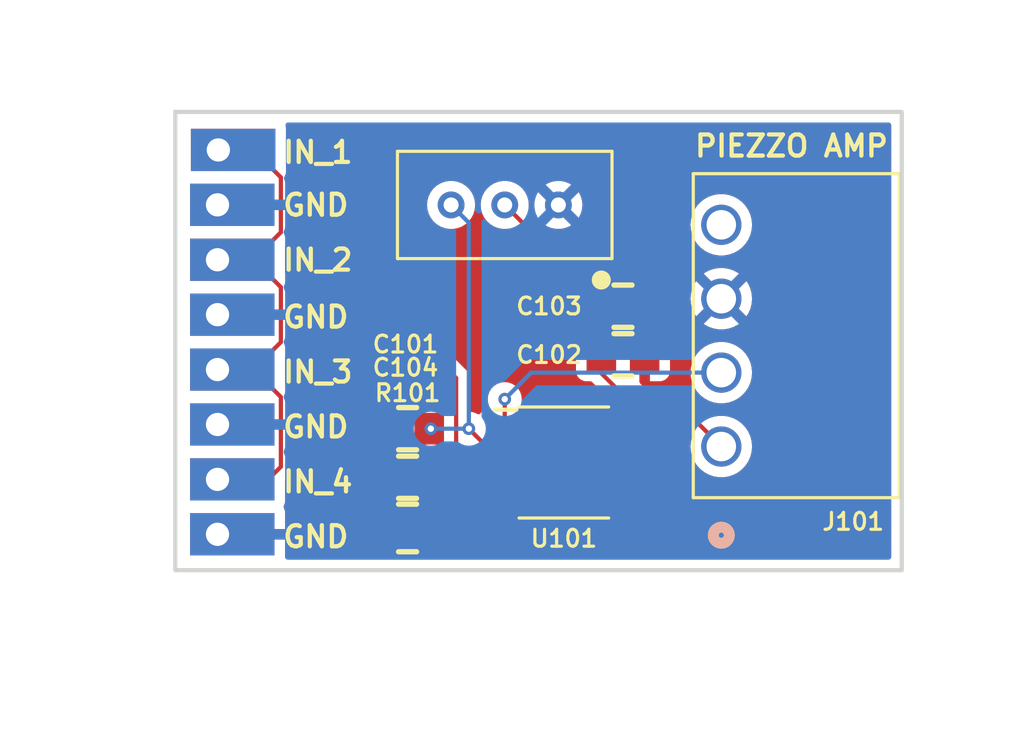
<source format=kicad_pcb>
(kicad_pcb (version 20240108) (generator "pcbnew") (generator_version "8.0")
  (layers (0 "F.Cu" signal) (31 "B.Cu" signal) (34 "B.Paste" user) (35 "F.Paste" user) (36 "B.SilkS" user "B.Silkscreen") (37 "F.SilkS" user "F.Silkscreen") (38 "B.Mask" user) (39 "F.Mask" user) (44 "Edge.Cuts" user))
  (net 0 "")
  (net 1 "DGND")
  (net 2 "Net-(C101-Pad2)")
  (net 3 "5V")
  (net 4 "Net-(TP101-TP)")
  (net 5 "/OUT")
  (footprint "Resistors:67W" (layer "F.Cu") (at 150.4 74.9045 180)
    (property "Reference" "VR101" (hide yes))
    (property "Value" "67WR10KLF" (hide yes))
    (fp_line (start 5.08 2.54) (end -5.08 2.54) (stroke (width 0.15)) (layer "F.SilkS"))
    (fp_line (start 5.08 -2.54) (end 5.08 2.54) (stroke (width 0.15)) (layer "F.SilkS"))
    (fp_line (start -5.08 2.54) (end -5.08 -2.54) (stroke (width 0.15)) (layer "F.SilkS"))
    (fp_line (start -5.08 -2.54) (end 5.08 -2.54) (stroke (width 0.15)) (layer "F.SilkS"))
    (fp_circle (center -4.572 -3.556) (end -4.272 -3.556) (stroke (width 0.3)) (fill solid) (layer "F.SilkS"))
    (pad "1" thru_hole circle (at -2.54 0 180) (size 1.27 1.27) (drill 0.7112) (layers "*.Cu" "*.Mask") (net 1 "DGND"))
    (pad "2" thru_hole circle (at 0 0 180) (size 1.27 1.27) (drill 0.7112) (layers "*.Cu" "*.Mask") (net 3 "5V"))
    (pad "3" thru_hole circle (at 2.54 0 180) (size 1.27 1.27) (drill 0.7112) (layers "*.Cu" "*.Mask") (net 2 "Net-(C101-Pad2)"))
  )
  (footprint "Capacitors:C0805" (layer "F.Cu") (at 144.775 87.8)
    (property "Reference" "C104" (at 0.925 -5.195 360) (layer "F.SilkS") (effects (font (size 0.8 0.8))))
    (property "Value" "885012207098" (hide yes))
    (fp_line (start 0.6 -1) (end 1.45 -1) (stroke (width 0.254)) (layer "F.SilkS"))
    (fp_line (start 0.6 1) (end 1.45 1) (stroke (width 0.254)) (layer "F.SilkS"))
    (pad "1" smd rect (at 0 0) (size 1.4 1.5) (layers "F.Cu" "F.Paste" "F.Mask") (net 1 "DGND"))
    (pad "2" smd rect (at 2.05 0) (size 1.4 1.5) (layers "F.Cu" "F.Paste" "F.Mask") (net 4 "Net-(TP101-TP)"))
  )
  (footprint "Assembly:IC8_TLV9302IDR_TEX" (layer "F.Cu") (at 153.2 87.1)
    (property "Reference" "U101" (at 0 3.6 0) (layer "F.SilkS") (effects (font (size 0.8 0.8))))
    (property "Value" "TLV9302IDR")
    (fp_line (start -2.25 -2.5) (end -3.25 -2.5) (stroke (width 0.2)) (layer "F.SilkS"))
    (fp_line (start -2.1209 2.6289) (end 2.1209 2.6289) (stroke (width 0.1524)) (layer "F.SilkS"))
    (fp_line (start 2.1209 -2.6289) (end -2.1209 -2.6289) (stroke (width 0.1524)) (layer "F.SilkS"))
    (pad "1" smd rect (at -2.72415 -1.905) (size 1.4605 0.5588) (layers "F.Cu" "F.Paste" "F.Mask") (net 5 "/OUT"))
    (pad "2" smd rect (at -2.72415 -0.635) (size 1.4605 0.5588) (layers "F.Cu" "F.Paste" "F.Mask") (net 2 "Net-(C101-Pad2)"))
    (pad "3" smd rect (at -2.72415 0.635) (size 1.4605 0.5588) (layers "F.Cu" "F.Paste" "F.Mask") (net 4 "Net-(TP101-TP)"))
    (pad "4" smd rect (at -2.72415 1.905) (size 1.4605 0.5588) (layers "F.Cu" "F.Paste" "F.Mask") (net 1 "DGND"))
    (pad "5" smd rect (at 2.72415 1.905) (size 1.4605 0.5588) (layers "F.Cu" "F.Paste" "F.Mask"))
    (pad "6" smd rect (at 2.72415 0.635) (size 1.4605 0.5588) (layers "F.Cu" "F.Paste" "F.Mask"))
    (pad "7" smd rect (at 2.72415 -0.635) (size 1.4605 0.5588) (layers "F.Cu" "F.Paste" "F.Mask"))
    (pad "8" smd rect (at 2.72415 -1.905) (size 1.4605 0.5588) (layers "F.Cu" "F.Paste" "F.Mask") (net 3 "5V"))
  )
  (footprint "Connectors:Keystone_5001" (layer "F.Cu") (at 136.8 85.3)
    (property "Reference" "TP107" (hide yes))
    (property "Value" "Test_Point_THM" (hide yes))
    (pad "1" thru_hole rect (at 0 0) (size 4 2) (drill 1.1 (offset 0.7 0)) (layers "*.Cu" "*.Mask") (net 1 "DGND"))
  )
  (footprint "Connectors:Keystone_5001" (layer "F.Cu") (at 136.8 90.5)
    (property "Reference" "TP108" (hide yes))
    (property "Value" "Test_Point_THM" (hide yes))
    (pad "1" thru_hole rect (at 0 0) (size 4 2) (drill 1.1 (offset 0.7 0)) (layers "*.Cu" "*.Mask") (net 1 "DGND"))
  )
  (footprint "Resistors:R0805" (layer "F.Cu") (at 144.775 90.2)
    (property "Reference" "R101" (at 1.025 -6.39 360) (layer "F.SilkS") (effects (font (size 0.8 0.8))))
    (property "Value" "RC0805JR-0710KL" (hide yes))
    (fp_line (start 0.6 -1.127) (end 1.45 -1.127) (stroke (width 0.254)) (layer "F.SilkS"))
    (fp_line (start 0.6 1.127) (end 1.45 1.127) (stroke (width 0.254)) (layer "F.SilkS"))
    (pad "1" smd rect (at 0 0) (size 1.4 1.5) (layers "F.Cu" "F.Paste" "F.Mask") (net 1 "DGND"))
    (pad "2" smd rect (at 2.05 0) (size 1.4 1.5) (layers "F.Cu" "F.Paste" "F.Mask") (net 4 "Net-(TP101-TP)"))
  )
  (footprint "Connectors:Keystone_5001" (layer "F.Cu") (at 136.8 87.9)
    (property "Reference" "TP104" (hide yes))
    (property "Value" "Test_Point_THM" (hide yes))
    (pad "1" thru_hole rect (at 0 0) (size 4 2) (drill 1.1 (offset 0.7 0)) (layers "*.Cu" "*.Mask") (net 4 "Net-(TP101-TP)"))
  )
  (footprint "Connectors:Keystone_5001" (layer "F.Cu") (at 136.8 74.9)
    (property "Reference" "TP105" (hide yes))
    (property "Value" "Test_Point_THM" (hide yes))
    (pad "1" thru_hole rect (at 0 0) (size 4 2) (drill 1.1 (offset 0.7 0)) (layers "*.Cu" "*.Mask") (net 1 "DGND"))
  )
  (footprint "Capacitors:C0805" (layer "F.Cu") (at 144.775 85.5)
    (property "Reference" "C101" (at 0.925 -3.995 360) (layer "F.SilkS") (effects (font (size 0.8 0.8))))
    (property "Value" "885012207098" (hide yes))
    (fp_line (start 0.6 -1) (end 1.45 -1) (stroke (width 0.254)) (layer "F.SilkS"))
    (fp_line (start 0.6 1) (end 1.45 1) (stroke (width 0.254)) (layer "F.SilkS"))
    (pad "1" smd rect (at 0 0) (size 1.4 1.5) (layers "F.Cu" "F.Paste" "F.Mask") (net 1 "DGND"))
    (pad "2" smd rect (at 2.05 0) (size 1.4 1.5) (layers "F.Cu" "F.Paste" "F.Mask") (net 2 "Net-(C101-Pad2)"))
  )
  (footprint "Connectors:Keystone_5001" (layer "F.Cu") (at 136.84 72.3)
    (property "Reference" "TP101" (hide yes))
    (property "Value" "Test_Point_THM" (hide yes))
    (pad "1" thru_hole rect (at 0 0) (size 4 2) (drill 1.1 (offset 0.7 0)) (layers "*.Cu" "*.Mask") (net 4 "Net-(TP101-TP)"))
  )
  (footprint "Connectors:Keystone_5001" (layer "F.Cu") (at 136.8 82.7)
    (property "Reference" "TP103" (hide yes))
    (property "Value" "Test_Point_THM" (hide yes))
    (pad "1" thru_hole rect (at 0 0) (size 4 2) (drill 1.1 (offset 0.7 0)) (layers "*.Cu" "*.Mask") (net 4 "Net-(TP101-TP)"))
  )
  (footprint "Capacitors:C0805" (layer "F.Cu") (at 157.025 79.7 180)
    (property "Reference" "C103" (at 4.525 0 180) (layer "F.SilkS") (effects (font (size 0.8 0.8))))
    (property "Value" "885012107015" (hide yes))
    (fp_line (start 0.6 1) (end 1.45 1) (stroke (width 0.254)) (layer "F.SilkS"))
    (fp_line (start 0.6 -1) (end 1.45 -1) (stroke (width 0.254)) (layer "F.SilkS"))
    (pad "1" smd rect (at 0 0 180) (size 1.4 1.5) (layers "F.Cu" "F.Paste" "F.Mask") (net 1 "DGND"))
    (pad "2" smd rect (at 2.05 0 180) (size 1.4 1.5) (layers "F.Cu" "F.Paste" "F.Mask") (net 3 "5V"))
  )
  (footprint "Connectors:CONN4_1155650000_TEC" (layer "F.Cu") (at 160.6551 86.3451 90)
    (property "Reference" "J101" (at -3.5549 6.2449 0) (layer "F.SilkS") (effects (font (size 0.8 0.8))))
    (property "Value" "2350514-4")
    (fp_circle (center -4.1988 0) (end -3.8178 0) (stroke (width 0.508)) (fill none) (layer "B.SilkS"))
    (fp_line (start 12.9208 -1.327) (end -2.4208 -1.327) (stroke (width 0.1524)) (layer "F.SilkS"))
    (fp_line (start -2.4208 -1.327) (end -2.4208 8.4266) (stroke (width 0.1524)) (layer "F.SilkS"))
    (fp_line (start 12.9208 8.4266) (end 12.9208 -1.327) (stroke (width 0.1524)) (layer "F.SilkS"))
    (fp_line (start -2.4208 8.4266) (end 12.9208 8.4266) (stroke (width 0.1524)) (layer "F.SilkS"))
    (fp_circle (center -4.1988 0) (end -3.8178 0) (stroke (width 0.508)) (fill none) (layer "F.SilkS"))
    (pad "1" thru_hole circle (at 0 0 90) (size 1.905 1.905) (drill 1.397) (layers "*.Cu" "*.Mask") (net 3 "5V"))
    (pad "2" thru_hole circle (at 3.5 0 90) (size 1.905 1.905) (drill 1.397) (layers "*.Cu" "*.Mask") (net 5 "/OUT"))
    (pad "3" thru_hole circle (at 7.000001 0 90) (size 1.905 1.905) (drill 1.397) (layers "*.Cu" "*.Mask") (net 1 "DGND"))
    (pad "4" thru_hole circle (at 10.500003 0 90) (size 1.905 1.905) (drill 1.397) (layers "*.Cu" "*.Mask"))
  )
  (footprint "Capacitors:C0805" (layer "F.Cu") (at 157.025 82 180)
    (property "Reference" "C102" (at 4.525 0 180) (layer "F.SilkS") (effects (font (size 0.8 0.8))))
    (property "Value" "885012207098" (hide yes))
    (fp_line (start 0.6 1) (end 1.45 1) (stroke (width 0.254)) (layer "F.SilkS"))
    (fp_line (start 0.6 -1) (end 1.45 -1) (stroke (width 0.254)) (layer "F.SilkS"))
    (pad "1" smd rect (at 0 0 180) (size 1.4 1.5) (layers "F.Cu" "F.Paste" "F.Mask") (net 1 "DGND"))
    (pad "2" smd rect (at 2.05 0 180) (size 1.4 1.5) (layers "F.Cu" "F.Paste" "F.Mask") (net 3 "5V"))
  )
  (footprint "Connectors:Keystone_5001" (layer "F.Cu") (at 136.8 80.1)
    (property "Reference" "TP106" (hide yes))
    (property "Value" "Test_Point_THM" (hide yes))
    (pad "1" thru_hole rect (at 0 0) (size 4 2) (drill 1.1 (offset 0.7 0)) (layers "*.Cu" "*.Mask") (net 1 "DGND"))
  )
  (footprint "Connectors:Keystone_5001" (layer "F.Cu") (at 136.8 77.5)
    (property "Reference" "TP102" (hide yes))
    (property "Value" "Test_Point_THM" (hide yes))
    (pad "1" thru_hole rect (at 0 0) (size 4 2) (drill 1.1 (offset 0.7 0)) (layers "*.Cu" "*.Mask") (net 4 "Net-(TP101-TP)"))
  )
  (gr_rect (start 134.8 70.5) (end 169.2 92.2) (stroke (width 0.2)) (fill none) (layer "Edge.Cuts"))
  (gr_text "IN_4" (at 139.8 88.6 0) (layer "F.SilkS") (effects (font (size 1 1) (thickness 0.2) (bold yes)) (justify left bottom)))
  (gr_text "IN_1" (at 139.8 73 0) (layer "F.SilkS") (effects (font (size 1 1) (thickness 0.2) (bold yes)) (justify left bottom)))
  (gr_text "GND" (at 139.8 75.5 0) (layer "F.SilkS") (effects (font (size 1 1) (thickness 0.2) (bold yes)) (justify left bottom)))
  (gr_text "GND" (at 139.8 86 0) (layer "F.SilkS") (effects (font (size 1 1) (thickness 0.2) (bold yes)) (justify left bottom)))
  (gr_text "PIEZZO AMP" (at 159.3 72.7 0) (layer "F.SilkS") (effects (font (size 1 1) (thickness 0.2) (bold yes)) (justify left bottom)))
  (gr_text "GND" (at 139.8 91.2 0) (layer "F.SilkS") (effects (font (size 1 1) (thickness 0.2) (bold yes)) (justify left bottom)))
  (gr_text "IN_3" (at 139.8 83.4 0) (layer "F.SilkS") (effects (font (size 1 1) (thickness 0.2) (bold yes)) (justify left bottom)))
  (gr_text "IN_2" (at 139.8 78.1 0) (layer "F.SilkS") (effects (font (size 1 1) (thickness 0.2) (bold yes)) (justify left bottom)))
  (gr_text "GND" (at 139.8 80.8 0) (layer "F.SilkS") (effects (font (size 1 1) (thickness 0.2) (bold yes)) (justify left bottom)))
  (segment (start 149.665 86.465) (end 150.47585 86.465) (width 0.2) (layer "F.Cu") (net 2))
  (segment (start 148.7 85.5) (end 149.665 86.465) (width 0.2) (layer "F.Cu") (net 2))
  (via (at 148.7 85.5) (size 0.6) (drill 0.3) (layers "F.Cu" "B.Cu") (net 2))
  (via (at 146.9 85.5) (size 0.6) (drill 0.3) (layers "F.Cu" "B.Cu") (net 2))
  (segment (start 148.7 85.5) (end 148.7 75.7445) (width 0.2) (layer "B.Cu") (net 2))
  (segment (start 148.7 75.7445) (end 147.86 74.9045) (width 0.2) (layer "B.Cu") (net 2))
  (segment (start 148.7 85.5) (end 146.9 85.5) (width 0.2) (layer "B.Cu") (net 2))
  (segment (start 154.975 82) (end 154.975 82.875) (width 0.2) (layer "F.Cu") (net 3))
  (segment (start 154.975 79.4795) (end 154.975 79.7) (width 0.2) (layer "F.Cu") (net 3))
  (segment (start 154.975 82.875) (end 155.8 83.7) (width 0.2) (layer "F.Cu") (net 3))
  (segment (start 150.4 74.9045) (end 154.975 79.4795) (width 0.2) (layer "F.Cu") (net 3))
  (segment (start 159.505 85.195) (end 155.92415 85.195) (width 0.2) (layer "F.Cu") (net 3))
  (segment (start 156.305 83.7) (end 157.8 85.195) (width 0.2) (layer "F.Cu") (net 3))
  (segment (start 160.6551 86.3451) (end 159.505 85.195) (width 0.2) (layer "F.Cu") (net 3))
  (segment (start 155.8 83.7) (end 156.305 83.7) (width 0.2) (layer "F.Cu") (net 3))
  (segment (start 154.975 79.7) (end 154.975 82) (width 0.2) (layer "F.Cu") (net 3))
  (segment (start 139.8 81.4) (end 138.5 82.7) (width 0.2) (layer "F.Cu") (net 4))
  (segment (start 139.8 76.2) (end 138.5 77.5) (width 0.2) (layer "F.Cu") (net 4))
  (segment (start 136.8 77.5) (end 138.5 77.5) (width 0.2) (layer "F.Cu") (net 4))
  (segment (start 149.535 87.735) (end 150.47585 87.735) (width 0.2) (layer "F.Cu") (net 4))
  (segment (start 145.1 80.1) (end 148.1 83.1) (width 0.2) (layer "F.Cu") (net 4))
  (segment (start 148.75 86.95) (end 147.9 87.8) (width 0.2) (layer "F.Cu") (net 4))
  (segment (start 138.5 72.3) (end 139.8 73.6) (width 0.2) (layer "F.Cu") (net 4))
  (segment (start 146.825 87.8) (end 146.825 90.2) (width 0.2) (layer "F.Cu") (net 4))
  (segment (start 138.5 77.5) (end 139.8 78.8) (width 0.2) (layer "F.Cu") (net 4))
  (segment (start 139.8 73.6) (end 139.8 76.2) (width 0.2) (layer "F.Cu") (net 4))
  (segment (start 139.8 80.1) (end 145.1 80.1) (width 0.2) (layer "F.Cu") (net 4))
  (segment (start 139.2 87.9) (end 136.8 87.9) (width 0.2) (layer "F.Cu") (net 4))
  (segment (start 139.8 84) (end 139.8 87.3) (width 0.2) (layer "F.Cu") (net 4))
  (segment (start 148.1 86.3) (end 149.535 87.735) (width 0.2) (layer "F.Cu") (net 4))
  (segment (start 139.8 87.3) (end 139.2 87.9) (width 0.2) (layer "F.Cu") (net 4))
  (segment (start 139.8 80.1) (end 139.8 81.4) (width 0.2) (layer "F.Cu") (net 4))
  (segment (start 136.84 72.3) (end 138.5 72.3) (width 0.2) (layer "F.Cu") (net 4))
  (segment (start 148.1 83.1) (end 148.1 86.3) (width 0.2) (layer "F.Cu") (net 4))
  (segment (start 136.8 82.7) (end 138.5 82.7) (width 0.2) (layer "F.Cu") (net 4))
  (segment (start 139.8 78.8) (end 139.8 80.1) (width 0.2) (layer "F.Cu") (net 4))
  (segment (start 147.9 87.8) (end 146.825 87.8) (width 0.2) (layer "F.Cu") (net 4))
  (segment (start 138.5 82.7) (end 139.8 84) (width 0.2) (layer "F.Cu") (net 4))
  (segment (start 148.55 86.75) (end 148.75 86.95) (width 0.2) (layer "F.Cu") (net 4))
  (segment (start 150.4 85.11915) (end 150.47585 85.195) (width 0.2) (layer "F.Cu") (net 5))
  (segment (start 150.4 84.1) (end 150.4 85.11915) (width 0.2) (layer "F.Cu") (net 5))
  (via (at 150.4 84.1) (size 0.6) (drill 0.3) (layers "F.Cu" "B.Cu") (net 5))
  (segment (start 151.6549 82.8451) (end 150.4 84.1) (width 0.2) (layer "B.Cu") (net 5))
  (segment (start 160.6551 82.8451) (end 151.6549 82.8451) (width 0.2) (layer "B.Cu") (net 5))
  (zone (net 1) (net_name "DGND") (layers "F&B.Cu") (connect_pads (clearance 0.5)) (min_thickness 0.25) (fill yes (thermal_gap 0.5) (thermal_bridge_width 0.5))
    (polygon (pts (xy 129.7 66.3) (xy 173.6 65.2) (xy 175 99.3) (xy 133.4 100.1) (xy 126.5 98.3)))
  )
)
</source>
